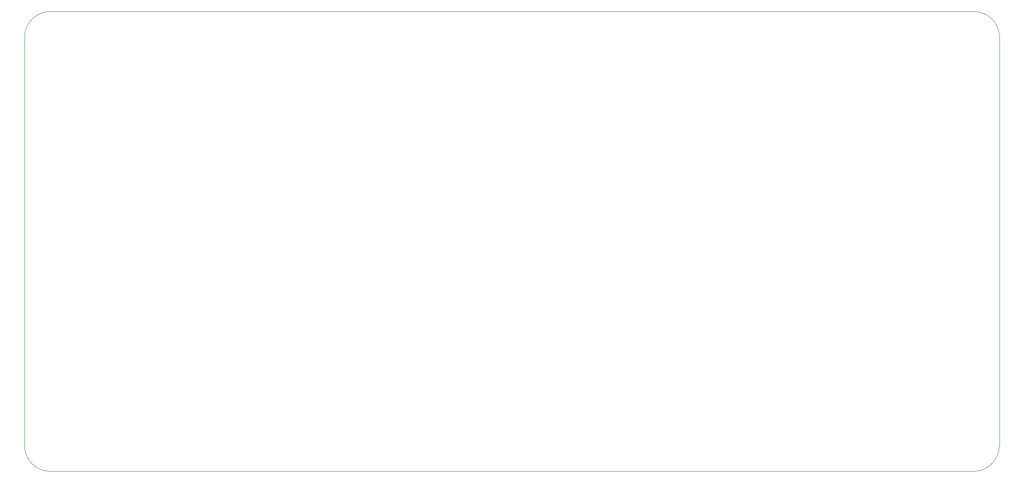
<source format=gbr>
%TF.GenerationSoftware,KiCad,Pcbnew,8.0.6*%
%TF.CreationDate,2025-01-24T00:07:20+07:00*%
%TF.ProjectId,esp_gamepad_v2,6573705f-6761-46d6-9570-61645f76322e,rev?*%
%TF.SameCoordinates,Original*%
%TF.FileFunction,Profile,NP*%
%FSLAX46Y46*%
G04 Gerber Fmt 4.6, Leading zero omitted, Abs format (unit mm)*
G04 Created by KiCad (PCBNEW 8.0.6) date 2025-01-24 00:07:20*
%MOMM*%
%LPD*%
G01*
G04 APERTURE LIST*
%TA.AperFunction,Profile*%
%ADD10C,0.050000*%
%TD*%
G04 APERTURE END LIST*
D10*
X60535534Y-125964466D02*
X60535534Y-47058034D01*
X243982233Y-130964461D02*
X65535534Y-130964466D01*
X249017767Y-47035539D02*
X248982233Y-125964461D01*
X60535534Y-47058034D02*
G75*
G02*
X65535534Y-42058034I4999996J4D01*
G01*
X65535534Y-42058034D02*
X244017767Y-42035539D01*
X244017767Y-42035539D02*
G75*
G02*
X249017761Y-47035539I-67J-5000061D01*
G01*
X65535534Y-130964466D02*
G75*
G02*
X60535534Y-125964466I-34J4999966D01*
G01*
X248982233Y-125964461D02*
G75*
G02*
X243982233Y-130964433I-4999933J-39D01*
G01*
M02*

</source>
